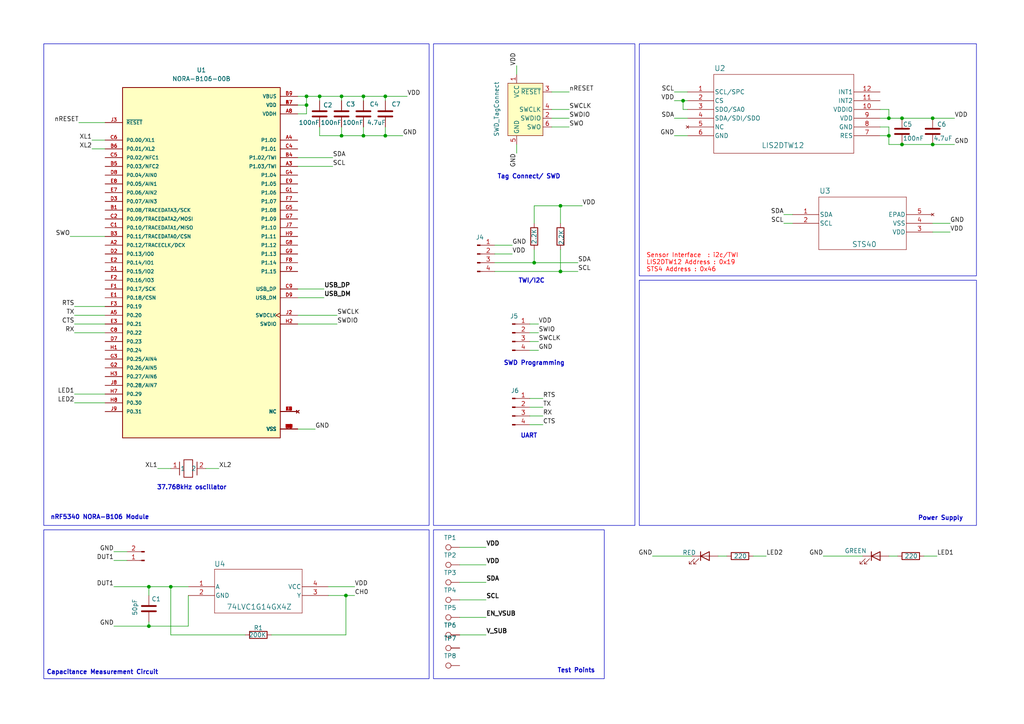
<source format=kicad_sch>
(kicad_sch (version 20231120) (generator "eeschema") (generator_version "8.0")
  (paper "A4")
  (title_block (title "BLE Board") (date "2025-04-03") (rev "V1") (company "Student Work @Chair of Micro Systems, TU Dresden"))
  (junction (at 496.57 -158.75))
  (junction (at 457.2 147.32))
  (junction (at 588.01 -140.97))
  (junction (at 588.01 -148.59))
  (junction (at 88.9 30.48))
  (junction (at 43.18 181.61))
  (junction (at 543.56 -163.83))
  (junction (at 447.04 -179.07))
  (junction (at 434.34 -176.53))
  (junction (at 607.06 -52.07))
  (junction (at 533.4 -49.53))
  (junction (at 270.51 41.91))
  (junction (at 678.18 182.88))
  (junction (at 261.62 34.29))
  (junction (at 270.51 34.29))
  (junction (at 613.41 -153.67))
  (junction (at 472.44 190.5))
  (junction (at 499.11 147.32))
  (junction (at 398.78 190.5))
  (junction (at 505.46 -158.75))
  (junction (at 570.23 165.1))
  (junction (at 100.33 172.72))
  (junction (at 431.8 190.5))
  (junction (at 603.25 -140.97))
  (junction (at 600.71 -41.91))
  (junction (at 49.53 170.18))
  (junction (at 92.71 27.94))
  (junction (at 601.98 176.53))
  (junction (at 421.64 190.5))
  (junction (at 419.1 162.56))
  (junction (at 662.94 165.1))
  (junction (at 613.41 -140.97))
  (junction (at 511.81 144.78))
  (junction (at 257.81 39.37))
  (junction (at 111.76 39.37))
  (junction (at 560.07 139.7))
  (junction (at 668.02 170.18))
  (junction (at 523.24 -49.53))
  (junction (at 43.18 170.18))
  (junction (at 257.81 34.29))
  (junction (at 459.74 147.32))
  (junction (at 499.11 139.7))
  (junction (at 425.45 190.5))
  (junction (at 419.1 165.1))
  (junction (at 99.06 39.37))
  (junction (at 607.06 -41.91))
  (junction (at 537.21 -147.32))
  (junction (at 88.9 27.94))
  (junction (at 510.54 -36.83))
  (junction (at 485.14 147.32))
  (junction (at 563.88 142.24))
  (junction (at 99.06 27.94))
  (junction (at 678.18 170.18))
  (junction (at 505.46 -179.07))
  (junction (at 105.41 39.37))
  (junction (at 111.76 27.94))
  (junction (at 543.56 -181.61))
  (junction (at 463.55 -77.47))
  (junction (at 652.78 182.88))
  (junction (at 261.62 41.91))
  (junction (at 652.78 175.26))
  (junction (at 533.4 -36.83))
  (junction (at 678.18 175.26))
  (junction (at 105.41 27.94))
  (junction (at 457.2 -43.18))
  (junction (at 603.25 -153.67))
  (junction (at 457.2 -76.2))
  (junction (at 668.02 182.88))
  (junction (at 463.55 -59.69))
  (junction (at 561.34 165.1))
  (junction (at 570.23 144.78))
  (junction (at 533.4 -44.45))
  (junction (at 601.98 142.24))
  (junction (at 537.21 -181.61))
  (junction (at 162.56 78.74))
  (junction (at 608.33 142.24))
  (junction (at 499.11 -181.61))
  (junction (at 154.94 76.2))
  (junction (at 457.2 190.5))
  (junction (at 472.44 158.75))
  (junction (at 434.34 -184.15))
  (junction (at 612.14 160.02))
  (junction (at 510.54 -44.45))
  (junction (at 495.3 -184.15))
  (junction (at 523.24 -36.83))
  (junction (at 198.12 29.21))
  (junction (at 607.06 -57.15))
  (junction (at 613.41 -148.59))
  (junction (at 431.8 147.32))
  (junction (at 162.56 59.69))
  (junction (at 608.33 160.02))
  (no_connect (at 414.02 175.26))
  (no_connect (at 414.02 177.8))
  (wire (pts (xy 111.76 36.83) (xy 111.76 39.37)))
  (wire (pts (xy 662.94 148.59) (xy 662.94 153.67)))
  (wire (pts (xy 668.02 170.18) (xy 668.02 172.72)))
  (wire (pts (xy 463.55 -77.47) (xy 483.87 -77.47)))
  (wire (pts (xy 86.36 93.98) (xy 97.79 93.98)))
  (wire (pts (xy 607.06 -57.15) (xy 614.68 -57.15)))
  (wire (pts (xy 601.98 176.53) (xy 601.98 180.34)))
  (wire (pts (xy 450.85 -194.31) (xy 499.11 -194.31)))
  (wire (pts (xy 560.07 139.7) (xy 560.07 121.92)))
  (wire (pts (xy 607.06 -52.07) (xy 607.06 -57.15)))
  (wire (pts (xy 650.24 160.02) (xy 655.32 160.02)))
  (wire (pts (xy 92.71 39.37) (xy 99.06 39.37)))
  (wire (pts (xy 703.58 170.18) (xy 711.2 170.18)))
  (wire (pts (xy 26.67 40.64) (xy 30.48 40.64)))
  (wire (pts (xy 603.25 -153.67) (xy 613.41 -153.67)))
  (wire (pts (xy 571.5 -181.61) (xy 590.55 -181.61)))
  (wire (pts (xy 523.24 -49.53) (xy 533.4 -49.53)))
  (wire (pts (xy 43.18 181.61) (xy 54.61 181.61)))
  (wire (pts (xy 154.94 59.69) (xy 162.56 59.69)))
  (wire (pts (xy 485.14 175.26) (xy 485.14 190.5)))
  (wire (pts (xy 505.46 -158.75) (xy 514.35 -158.75)))
  (wire (pts (xy 511.81 121.92) (xy 511.81 144.78)))
  (wire (pts (xy 78.74 184.15) (xy 100.33 184.15)))
  (wire (pts (xy 678.18 175.26) (xy 683.26 175.26)))
  (wire (pts (xy 153.67 96.52) (xy 156.21 96.52)))
  (wire (pts (xy 537.21 -181.61) (xy 537.21 -161.29)))
  (wire (pts (xy 86.36 86.36) (xy 93.98 86.36)))
  (wire (pts (xy 480.06 147.32) (xy 485.14 147.32)))
  (wire (pts (xy 88.9 27.94) (xy 92.71 27.94)))
  (wire (pts (xy 447.04 -176.53) (xy 447.04 -179.07)))
  (wire (pts (xy 407.67 120.65) (xy 407.67 124.46)))
  (wire (pts (xy 570.23 144.78) (xy 579.12 144.78)))
  (wire (pts (xy 570.23 157.48) (xy 570.23 165.1)))
  (wire (pts (xy 457.2 -76.2) (xy 457.2 -77.47)))
  (wire (pts (xy 613.41 -140.97) (xy 628.65 -140.97)))
  (wire (pts (xy 255.27 39.37) (xy 257.81 39.37)))
  (wire (pts (xy 257.81 41.91) (xy 257.81 39.37)))
  (wire (pts (xy 415.29 -176.53) (xy 434.34 -176.53)))
  (wire (pts (xy 105.41 39.37) (xy 105.41 36.83)))
  (wire (pts (xy 515.62 147.32) (xy 518.16 147.32)))
  (wire (pts (xy 537.21 -147.32) (xy 537.21 -143.51)))
  (wire (pts (xy 21.59 91.44) (xy 30.48 91.44)))
  (wire (pts (xy 270.51 34.29) (xy 276.86 34.29)))
  (wire (pts (xy 563.88 142.24) (xy 558.8 142.24)))
  (wire (pts (xy 415.29 -179.07) (xy 422.91 -179.07)))
  (wire (pts (xy 426.72 -204.47) (xy 426.72 -200.66)))
  (wire (pts (xy 49.53 170.18) (xy 49.53 184.15)))
  (wire (pts (xy 457.2 -43.18) (xy 457.2 -39.37)))
  (wire (pts (xy 533.4 -49.53) (xy 538.48 -49.53)))
  (wire (pts (xy 434.34 -176.53) (xy 447.04 -176.53)))
  (wire (pts (xy 149.86 41.91) (xy 149.86 44.45)))
  (wire (pts (xy 33.02 181.61) (xy 43.18 181.61)))
  (wire (pts (xy 457.2 -49.53) (xy 457.2 -43.18)))
  (wire (pts (xy 683.26 128.27) (xy 683.26 130.81)))
  (wire (pts (xy 160.02 34.29) (xy 165.1 34.29)))
  (wire (pts (xy 510.54 -36.83) (xy 523.24 -36.83)))
  (wire (pts (xy 485.14 167.64) (xy 485.14 147.32)))
  (wire (pts (xy 21.59 114.3) (xy 30.48 114.3)))
  (wire (pts (xy 600.71 -41.91) (xy 607.06 -41.91)))
  (wire (pts (xy 543.56 -176.53) (xy 543.56 -181.61)))
  (wire (pts (xy 534.67 -184.15) (xy 527.05 -184.15)))
  (wire (pts (xy 636.27 142.24) (xy 655.32 142.24)))
  (wire (pts (xy 414.02 154.94) (xy 421.64 154.94)))
  (wire (pts (xy 59.69 135.89) (xy 63.5 135.89)))
  (wire (pts (xy 257.81 31.75) (xy 257.81 34.29)))
  (wire (pts (xy 668.02 182.88) (xy 668.02 180.34)))
  (wire (pts (xy 86.36 83.82) (xy 93.98 83.82)))
  (wire (pts (xy 650.24 165.1) (xy 662.94 165.1)))
  (wire (pts (xy 662.94 161.29) (xy 662.94 165.1)))
  (wire (pts (xy 496.57 -158.75) (xy 505.46 -158.75)))
  (wire (pts (xy 505.46 -44.45) (xy 510.54 -44.45)))
  (wire (pts (xy 600.71 -54.61) (xy 600.71 -41.91)))
  (wire (pts (xy 133.35 163.83) (xy 140.97 163.83)))
  (wire (pts (xy 154.94 76.2) (xy 167.64 76.2)))
  (wire (pts (xy 494.03 -179.07) (xy 505.46 -179.07)))
  (wire (pts (xy 99.06 27.94) (xy 99.06 29.21)))
  (wire (pts (xy 255.27 31.75) (xy 257.81 31.75)))
  (wire (pts (xy 494.03 -176.53) (xy 496.57 -176.53)))
  (wire (pts (xy 513.08 -184.15) (xy 519.43 -184.15)))
  (wire (pts (xy 86.36 91.44) (xy 97.79 91.44)))
  (wire (pts (xy 655.32 142.24) (xy 655.32 160.02)))
  (wire (pts (xy 495.3 -201.93) (xy 472.44 -201.93)))
  (wire (pts (xy 537.21 -181.61) (xy 543.56 -181.61)))
  (wire (pts (xy 472.44 158.75) (xy 474.98 158.75)))
  (wire (pts (xy 603.25 -140.97) (xy 613.41 -140.97)))
  (wire (pts (xy 450.85 -158.75) (xy 496.57 -158.75)))
  (wire (pts (xy 26.67 43.18) (xy 30.48 43.18)))
  (wire (pts (xy 652.78 182.88) (xy 668.02 182.88)))
  (wire (pts (xy 92.71 36.83) (xy 92.71 39.37)))
  (wire (pts (xy 162.56 78.74) (xy 167.64 78.74)))
  (wire (pts (xy 613.41 -153.67) (xy 613.41 -148.59)))
  (wire (pts (xy 439.42 -204.47) (xy 439.42 -200.66)))
  (wire (pts (xy 588.01 -148.59) (xy 593.09 -148.59)))
  (wire (pts (xy 499.11 147.32) (xy 511.81 147.32)))
  (wire (pts (xy 95.25 170.18) (xy 102.87 170.18)))
  (wire (pts (xy 505.46 -49.53) (xy 523.24 -49.53)))
  (wire (pts (xy 420.37 120.65) (xy 420.37 124.46)))
  (wire (pts (xy 505.46 -166.37) (xy 505.46 -158.75)))
  (wire (pts (xy 149.86 19.05) (xy 149.86 21.59)))
  (wire (pts (xy 100.33 172.72) (xy 102.87 172.72)))
  (wire (pts (xy 36.83 160.02) (xy 33.02 160.02)))
  (wire (pts (xy 459.74 147.32) (xy 459.74 149.86)))
  (wire (pts (xy 505.46 -59.69) (xy 510.54 -59.69)))
  (wire (pts (xy 693.42 118.11) (xy 698.5 118.11)))
  (wire (pts (xy 133.35 184.15) (xy 140.97 184.15)))
  (wire (pts (xy 398.78 190.5) (xy 398.78 185.42)))
  (wire (pts (xy 463.55 -59.69) (xy 467.36 -59.69)))
  (wire (pts (xy 49.53 184.15) (xy 71.12 184.15)))
  (wire (pts (xy 510.54 -31.75) (xy 510.54 -36.83)))
  (wire (pts (xy 683.26 105.41) (xy 683.26 107.95)))
  (wire (pts (xy 414.02 162.56) (xy 419.1 162.56)))
  (wire (pts (xy 457.2 147.32) (xy 431.8 147.32)))
  (wire (pts (xy 453.39 -181.61) (xy 450.85 -181.61)))
  (wire (pts (xy 43.18 172.72) (xy 43.18 170.18)))
  (wire (pts (xy 99.06 36.83) (xy 99.06 39.37)))
  (wire (pts (xy 650.24 170.18) (xy 668.02 170.18)))
  (wire (pts (xy 543.56 -153.67) (xy 543.56 -147.32)))
  (wire (pts (xy 391.16 190.5) (xy 398.78 190.5)))
  (wire (pts (xy 579.12 144.78) (xy 579.12 146.05)))
  (wire (pts (xy 434.34 -184.15) (xy 453.39 -184.15)))
  (wire (pts (xy 459.74 147.32) (xy 457.2 147.32)))
  (wire (pts (xy 585.47 -158.75) (xy 591.82 -158.75)))
  (wire (pts (xy 693.42 180.34) (xy 693.42 182.88)))
  (wire (pts (xy 603.25 -140.97) (xy 603.25 -143.51)))
  (wire (pts (xy 608.33 142.24) (xy 628.65 142.24)))
  (wire (pts (xy 261.62 41.91) (xy 270.51 41.91)))
  (wire (pts (xy 105.41 27.94) (xy 105.41 29.21)))
  (wire (pts (xy 558.8 139.7) (xy 560.07 139.7)))
  (wire (pts (xy 99.06 27.94) (xy 105.41 27.94)))
  (wire (pts (xy 588.01 -135.89) (xy 588.01 -140.97)))
  (wire (pts (xy 86.36 27.94) (xy 88.9 27.94)))
  (wire (pts (xy 257.81 36.83) (xy 257.81 39.37)))
  (wire (pts (xy 420.37 -71.12) (xy 420.37 -76.2)))
  (wire (pts (xy 419.1 165.1) (xy 426.72 165.1)))
  (wire (pts (xy 111.76 39.37) (xy 116.84 39.37)))
  (wire (pts (xy 523.24 -49.53) (xy 523.24 -46.99)))
  (wire (pts (xy 111.76 27.94) (xy 111.76 29.21)))
  (wire (pts (xy 160.02 31.75) (xy 165.1 31.75)))
  (wire (pts (xy 693.42 120.65) (xy 698.5 120.65)))
  (wire (pts (xy 414.02 167.64) (xy 419.1 167.64)))
  (wire (pts (xy 21.59 116.84) (xy 30.48 116.84)))
  (wire (pts (xy 635 -57.15) (xy 642.62 -57.15)))
  (wire (pts (xy 485.14 147.32) (xy 499.11 147.32)))
  (wire (pts (xy 422.91 -179.07) (xy 422.91 -184.15)))
  (wire (pts (xy 267.97 161.29) (xy 271.78 161.29)))
  (wire (pts (xy 133.35 179.07) (xy 140.97 179.07)))
  (wire (pts (xy 558.8 -49.53) (xy 566.42 -49.53)))
  (wire (pts (xy 86.36 30.48) (xy 88.9 30.48)))
  (wire (pts (xy 195.58 29.21) (xy 198.12 29.21)))
  (wire (pts (xy 92.71 27.94) (xy 92.71 29.21)))
  (wire (pts (xy 499.11 -181.61) (xy 537.21 -181.61)))
  (wire (pts (xy 693.42 123.19) (xy 698.5 123.19)))
  (wire (pts (xy 22.86 35.56) (xy 30.48 35.56)))
  (wire (pts (xy 491.49 -77.47) (xy 510.54 -77.47)))
  (wire (pts (xy 577.85 139.7) (xy 584.2 139.7)))
  (wire (pts (xy 463.55 -49.53) (xy 463.55 -43.18)))
  (wire (pts (xy 143.51 73.66) (xy 148.59 73.66)))
  (wire (pts (xy 436.88 165.1) (xy 443.23 165.1)))
  (wire (pts (xy 560.07 139.7) (xy 570.23 139.7)))
  (wire (pts (xy 515.62 147.32) (xy 515.62 165.1)))
  (wire (pts (xy 523.24 -36.83) (xy 533.4 -36.83)))
  (wire (pts (xy 515.62 165.1) (xy 561.34 165.1)))
  (wire (pts (xy 529.59 121.92) (xy 511.81 121.92)))
  (wire (pts (xy 270.51 64.77) (xy 275.59 64.77)))
  (wire (pts (xy 612.14 148.59) (xy 612.14 160.02)))
  (wire (pts (xy 422.91 -184.15) (xy 434.34 -184.15)))
  (wire (pts (xy 563.88 142.24) (xy 601.98 142.24)))
  (wire (pts (xy 86.36 124.46) (xy 91.44 124.46)))
  (wire (pts (xy 472.44 157.48) (xy 472.44 158.75)))
  (wire (pts (xy 499.11 -194.31) (xy 499.11 -181.61)))
  (wire (pts (xy 162.56 59.69) (xy 162.56 64.77)))
  (wire (pts (xy 153.67 123.19) (xy 157.48 123.19)))
  (wire (pts (xy 450.85 -176.53) (xy 453.39 -176.53)))
  (wire (pts (xy 495.3 -184.15) (xy 505.46 -184.15)))
  (wire (pts (xy 153.67 115.57) (xy 157.48 115.57)))
  (wire (pts (xy 153.67 93.98) (xy 156.21 93.98)))
  (wire (pts (xy 505.46 -54.61) (xy 510.54 -54.61)))
  (wire (pts (xy 495.3 -184.15) (xy 495.3 -201.93)))
  (wire (pts (xy 474.98 158.75) (xy 474.98 157.48)))
  (wire (pts (xy 133.35 168.91) (xy 140.97 168.91)))
  (wire (pts (xy 435.61 -76.2) (xy 457.2 -76.2)))
  (wire (pts (xy 414.02 165.1) (xy 419.1 165.1)))
  (wire (pts (xy 153.67 118.11) (xy 157.48 118.11)))
  (wire (pts (xy 560.07 121.92) (xy 537.21 121.92)))
  (wire (pts (xy 510.54 -77.47) (xy 510.54 -59.69)))
  (wire (pts (xy 450.85 -181.61) (xy 450.85 -194.31)))
  (wire (pts (xy 510.54 -44.45) (xy 513.08 -44.45)))
  (wire (pts (xy 488.95 139.7) (xy 499.11 139.7)))
  (wire (pts (xy 601.98 142.24) (xy 601.98 162.56)))
  (wire (pts (xy 463.55 -59.69) (xy 463.55 -57.15)))
  (wire (pts (xy 570.23 165.1) (xy 579.12 165.1)))
  (wire (pts (xy 105.41 39.37) (xy 111.76 39.37)))
  (wire (pts (xy 143.51 71.12) (xy 148.59 71.12)))
  (wire (pts (xy 678.18 182.88) (xy 693.42 182.88)))
  (wire (pts (xy 257.81 161.29) (xy 260.35 161.29)))
  (wire (pts (xy 608.33 147.32) (xy 608.33 142.24)))
  (wire (pts (xy 570.23 144.78) (xy 570.23 149.86)))
  (wire (pts (xy 652.78 187.96) (xy 652.78 182.88)))
  (wire (pts (xy 153.67 101.6) (xy 156.21 101.6)))
  (wire (pts (xy 668.02 170.18) (xy 678.18 170.18)))
  (wire (pts (xy 600.71 -54.61) (xy 598.17 -54.61)))
  (wire (pts (xy 543.56 -168.91) (xy 543.56 -163.83)))
  (wire (pts (xy 463.55 -72.39) (xy 463.55 -77.47)))
  (wire (pts (xy 668.02 182.88) (xy 678.18 182.88)))
  (wire (pts (xy 431.8 170.18) (xy 431.8 190.5)))
  (wire (pts (xy 613.41 -153.67) (xy 618.49 -153.67)))
  (wire (pts (xy 36.83 162.56) (xy 33.02 162.56)))
  (wire (pts (xy 499.11 -181.61) (xy 494.03 -181.61)))
  (wire (pts (xy 457.2 167.64) (xy 457.2 147.32)))
  (wire (pts (xy 105.41 27.94) (xy 111.76 27.94)))
  (wire (pts (xy 612.14 148.59) (xy 662.94 148.59)))
  (wire (pts (xy 614.68 -77.47) (xy 614.68 -73.66)))
  (wire (pts (xy 608.33 170.18) (xy 608.33 176.53)))
  (wire (pts (xy 627.38 -77.47) (xy 627.38 -73.66)))
  (wire (pts (xy 678.18 170.18) (xy 683.26 170.18)))
  (wire (pts (xy 511.81 144.78) (xy 518.16 144.78)))
  (wire (pts (xy 45.72 135.89) (xy 49.53 135.89)))
  (wire (pts (xy 447.04 -201.93) (xy 447.04 -179.07)))
  (wire (pts (xy 590.55 -181.61) (xy 590.55 -163.83)))
  (wire (pts (xy 514.35 -179.07) (xy 514.35 -177.8)))
  (wire (pts (xy 153.67 99.06) (xy 156.21 99.06)))
  (wire (pts (xy 394.97 120.65) (xy 394.97 124.46)))
  (wire (pts (xy 505.46 -179.07) (xy 505.46 -173.99)))
  (wire (pts (xy 678.18 170.18) (xy 678.18 175.26)))
  (wire (pts (xy 391.16 185.42) (xy 391.16 190.5)))
  (wire (pts (xy 162.56 59.69) (xy 168.91 59.69)))
  (wire (pts (xy 198.12 29.21) (xy 199.39 29.21)))
  (wire (pts (xy 414.02 152.4) (xy 425.45 152.4)))
  (wire (pts (xy 613.41 -148.59) (xy 618.49 -148.59)))
  (wire (pts (xy 143.51 78.74) (xy 162.56 78.74)))
  (wire (pts (xy 92.71 27.94) (xy 99.06 27.94)))
  (wire (pts (xy 533.4 -44.45) (xy 538.48 -44.45)))
  (wire (pts (xy 601.98 176.53) (xy 608.33 176.53)))
  (wire (pts (xy 255.27 34.29) (xy 257.81 34.29)))
  (wire (pts (xy 425.45 181.61) (xy 425.45 190.5)))
  (wire (pts (xy 585.47 -140.97) (xy 588.01 -140.97)))
  (wire (pts (xy 195.58 39.37) (xy 199.39 39.37)))
  (wire (pts (xy 494.03 -184.15) (xy 495.3 -184.15)))
  (wire (pts (xy 33.02 170.18) (xy 43.18 170.18)))
  (wire (pts (xy 100.33 184.15) (xy 100.33 172.72)))
  (wire (pts (xy 227.33 62.23) (xy 229.87 62.23)))
  (wire (pts (xy 21.59 96.52) (xy 30.48 96.52)))
  (wire (pts (xy 88.9 30.48) (xy 88.9 27.94)))
  (wire (pts (xy 459.74 147.32) (xy 464.82 147.32)))
  (wire (pts (xy 133.35 173.99) (xy 140.97 173.99)))
  (wire (pts (xy 160.02 36.83) (xy 165.1 36.83)))
  (wire (pts (xy 505.46 -36.83) (xy 510.54 -36.83)))
  (wire (pts (xy 650.24 182.88) (xy 652.78 182.88)))
  (wire (pts (xy 436.88 162.56) (xy 443.23 162.56)))
  (wire (pts (xy 270.51 41.91) (xy 276.86 41.91)))
  (wire (pts (xy 257.81 34.29) (xy 261.62 34.29)))
  (wire (pts (xy 472.44 158.75) (xy 472.44 190.5)))
  (wire (pts (xy 607.06 -43.18) (xy 607.06 -41.91)))
  (wire (pts (xy 457.2 -76.2) (xy 457.2 -57.15)))
  (wire (pts (xy 464.82 -201.93) (xy 447.04 -201.93)))
  (wire (pts (xy 43.18 170.18) (xy 49.53 170.18)))
  (wire (pts (xy 421.64 181.61) (xy 421.64 190.5)))
  (wire (pts (xy 585.47 -153.67) (xy 603.25 -153.67)))
  (wire (pts (xy 515.62 129.54) (xy 563.88 129.54)))
  (wire (pts (xy 543.56 -163.83) (xy 547.37 -163.83)))
  (wire (pts (xy 598.17 -57.15) (xy 607.06 -57.15)))
  (wire (pts (xy 431.8 147.32) (xy 414.02 147.32)))
  (wire (pts (xy 227.33 64.77) (xy 229.87 64.77)))
  (wire (pts (xy 607.06 -41.91) (xy 624.84 -41.91)))
  (wire (pts (xy 561.34 147.32) (xy 561.34 165.1)))
  (wire (pts (xy 133.35 158.75) (xy 140.97 158.75)))
  (wire (pts (xy 518.16 142.24) (xy 515.62 142.24)))
  (wire (pts (xy 261.62 34.29) (xy 270.51 34.29)))
  (wire (pts (xy 195.58 34.29) (xy 199.39 34.29)))
  (wire (pts (xy 162.56 72.39) (xy 162.56 78.74)))
  (wire (pts (xy 421.64 154.94) (xy 421.64 173.99)))
  (wire (pts (xy 86.36 48.26) (xy 96.52 48.26)))
  (wire (pts (xy 638.81 -153.67) (xy 646.43 -153.67)))
  (wire (pts (xy 398.78 190.5) (xy 398.78 198.12)))
  (wire (pts (xy 603.25 -153.67) (xy 603.25 -151.13)))
  (wire (pts (xy 608.33 160.02) (xy 608.33 162.56)))
  (wire (pts (xy 419.1 162.56) (xy 426.72 162.56)))
  (wire (pts (xy 558.8 144.78) (xy 570.23 144.78)))
  (wire (pts (xy 614.68 -52.07) (xy 607.06 -52.07)))
  (wire (pts (xy 447.04 -179.07) (xy 453.39 -179.07)))
  (wire (pts (xy 457.2 175.26) (xy 457.2 190.5)))
  (wire (pts (xy 533.4 -49.53) (xy 533.4 -44.45)))
  (wire (pts (xy 505.46 -179.07) (xy 514.35 -179.07)))
  (wire (pts (xy 601.98 170.18) (xy 601.98 176.53)))
  (wire (pts (xy 499.11 139.7) (xy 518.16 139.7)))
  (wire (pts (xy 561.34 179.07) (xy 561.34 165.1)))
  (wire (pts (xy 601.98 142.24) (xy 608.33 142.24)))
  (wire (pts (xy 218.44 161.29) (xy 222.25 161.29)))
  (wire (pts (xy 585.47 -148.59) (xy 588.01 -148.59)))
  (wire (pts (xy 88.9 33.02) (xy 88.9 30.48)))
  (wire (pts (xy 111.76 27.94) (xy 118.11 27.94)))
  (wire (pts (xy 588.01 -140.97) (xy 603.25 -140.97)))
  (wire (pts (xy 608.33 154.94) (xy 608.33 160.02)))
  (wire (pts (xy 628.65 -143.51) (xy 628.65 -140.97)))
  (wire (pts (xy 153.67 120.65) (xy 157.48 120.65)))
  (wire (pts (xy 585.47 -163.83) (xy 590.55 -163.83)))
  (wire (pts (xy 20.32 68.58) (xy 30.48 68.58)))
  (wire (pts (xy 600.71 -38.1) (xy 600.71 -41.91)))
  (wire (pts (xy 624.84 -41.91) (xy 624.84 -46.99)))
  (wire (pts (xy 599.44 139.7) (xy 591.82 139.7)))
  (wire (pts (xy 49.53 170.18) (xy 54.61 170.18)))
  (wire (pts (xy 485.14 190.5) (xy 472.44 190.5)))
  (wire (pts (xy 238.76 161.29) (xy 250.19 161.29)))
  (wire (pts (xy 425.45 152.4) (xy 425.45 173.99)))
  (wire (pts (xy 414.02 -204.47) (xy 414.02 -200.66)))
  (wire (pts (xy 86.36 45.72) (xy 96.52 45.72)))
  (wire (pts (xy 425.45 190.5) (xy 421.64 190.5)))
  (wire (pts (xy 195.58 26.67) (xy 199.39 26.67)))
  (wire (pts (xy 459.74 149.86) (xy 464.82 149.86)))
  (wire (pts (xy 652.78 175.26) (xy 657.86 175.26)))
  (wire (pts (xy 419.1 160.02) (xy 419.1 162.56)))
  (wire (pts (xy 143.51 76.2) (xy 154.94 76.2)))
  (wire (pts (xy 270.51 67.31) (xy 275.59 67.31)))
  (wire (pts (xy 86.36 33.02) (xy 88.9 33.02)))
  (wire (pts (xy 450.85 -176.53) (xy 450.85 -158.75)))
  (wire (pts (xy 543.56 -181.61) (xy 563.88 -181.61)))
  (wire (pts (xy 199.39 31.75) (xy 198.12 31.75)))
  (wire (pts (xy 548.64 -39.37) (xy 548.64 -36.83)))
  (wire (pts (xy 561.34 165.1) (xy 570.23 165.1)))
  (wire (pts (xy 431.8 190.5) (xy 425.45 190.5)))
  (wire (pts (xy 457.2 190.5) (xy 472.44 190.5)))
  (wire (pts (xy 511.81 147.32) (xy 511.81 144.78)))
  (wire (pts (xy 43.18 180.34) (xy 43.18 181.61)))
  (wire (pts (xy 421.64 190.5) (xy 398.78 190.5)))
  (wire (pts (xy 496.57 -176.53) (xy 496.57 -158.75)))
  (wire (pts (xy 99.06 39.37) (xy 105.41 39.37)))
  (wire (pts (xy 650.24 175.26) (xy 652.78 175.26)))
  (wire (pts (xy 543.56 -163.83) (xy 543.56 -161.29)))
  (wire (pts (xy 189.23 161.29) (xy 200.66 161.29)))
  (wire (pts (xy 607.06 -50.8) (xy 607.06 -52.07)))
  (wire (pts (xy 414.02 160.02) (xy 419.1 160.02)))
  (wire (pts (xy 693.42 113.03) (xy 698.5 113.03)))
  (wire (pts (xy 515.62 142.24) (xy 515.62 129.54)))
  (wire (pts (xy 662.94 165.1) (xy 668.02 165.1)))
  (wire (pts (xy 537.21 -153.67) (xy 537.21 -147.32)))
  (wire (pts (xy 208.28 161.29) (xy 210.82 161.29)))
  (wire (pts (xy 257.81 41.91) (xy 261.62 41.91)))
  (wire (pts (xy 537.21 -147.32) (xy 543.56 -147.32)))
  (wire (pts (xy 21.59 88.9) (xy 30.48 88.9)))
  (wire (pts (xy 463.55 -64.77) (xy 463.55 -59.69)))
  (wire (pts (xy 533.4 -36.83) (xy 548.64 -36.83)))
  (wire (pts (xy 21.59 93.98) (xy 30.48 93.98)))
  (wire (pts (xy 54.61 181.61) (xy 54.61 172.72)))
  (wire (pts (xy 431.8 190.5) (xy 457.2 190.5)))
  (wire (pts (xy 257.81 36.83) (xy 255.27 36.83)))
  (wire (pts (xy 154.94 72.39) (xy 154.94 76.2)))
  (wire (pts (xy 198.12 31.75) (xy 198.12 29.21)))
  (wire (pts (xy 160.02 26.67) (xy 165.1 26.67)))
  (wire (pts (xy 558.8 147.32) (xy 561.34 147.32)))
  (wire (pts (xy 100.33 172.72) (xy 95.25 172.72)))
  (wire (pts (xy 457.2 -43.18) (xy 463.55 -43.18)))
  (wire (pts (xy 463.55 -77.47) (xy 457.2 -77.47)))
  (wire (pts (xy 431.8 157.48) (xy 431.8 147.32)))
  (wire (pts (xy 514.35 -158.75) (xy 514.35 -162.56)))
  (wire (pts (xy 579.12 165.1) (xy 579.12 161.29)))
  (wire (pts (xy 563.88 129.54) (xy 563.88 142.24)))
  (wire (pts (xy 154.94 64.77) (xy 154.94 59.69)))
  (wire (pts (xy 419.1 167.64) (xy 419.1 165.1)))
  (wire (pts (xy 608.33 160.02) (xy 612.14 160.02)))
  (wire (pts (xy 523.24 -36.83) (xy 523.24 -39.37)))
  (rectangle (start 125.73 153.67) (end 175.26 196.85))
  (rectangle (start 12.7 12.7) (end 124.46 152.4))
  (rectangle (start 12.7 153.67) (end 124.46 196.85))
  (rectangle (start 185.42 12.7) (end 283.21 80.01))
  (rectangle (start 125.73 12.7) (end 184.15 152.4))
  (rectangle (start 185.42 81.28) (end 283.21 152.4))
  (text "0.7V to 4.5V" (at 566.166 -135.89 0) (effects (font (size 1.27 1.27) (thickness 0.254) (bold yes))))
  (text "COIN CELL CR2032\n" (at 583.946 156.464 90) (effects (font (size 1.27 1.27) (thickness 0.254) (bold yes))))
  (text "nRF5340 NORA-B106 Module" (at 28.956 150.114 0) (effects (font (size 1.27 1.27) (thickness 0.254) (bold yes))))
  (text "SWD Programming\n" (at 154.94 105.41 0) (effects (font (size 1.27 1.27) (thickness 0.254) (bold yes))))
  (text "VDD/ 3.3V to MCUs" (at 628.142 -169.926 0) (effects (font (size 1.27 1.27) (thickness 0.254) (bold yes))))
  (text "LED On if VIN1\n" (at 589.534 135.89 0) (effects (font (size 1.27 1.27) (thickness 0.254) (bold yes))))
  (text "nON is active low\n" (at 460.502 -159.766 0) (effects (font (size 1.27 1.27) (thickness 0.254) (bold yes))))
  (text "Tag Connect/ SWD\n\n" (at 153.416 52.324 0) (effects (font (size 1.27 1.27) (thickness 0.254) (bold yes))))
  (text "VDD/ 3.3V to MCUs" (at 692.912 153.924 0) (effects (font (size 1.27 1.27) (thickness 0.254) (bold yes))))
  (text "3V CR2032 Supply\n\n\n" (at 488.442 -27.94 0) (effects (font (size 1.27 1.27) (thickness 0.254) (bold yes))))
  (text "External 3V supply\n\n" (at 625.856 -36.576 0) (effects (font (size 1.27 1.27) (thickness 0.254) (bold yes))))
  (text "UART" (at 153.416 126.492 0) (effects (font (size 1.27 1.27) (thickness 0.254) (bold yes))))
  (text "0.7V to 4.5V" (at 630.936 187.96 0) (effects (font (size 1.27 1.27) (thickness 0.254) (bold yes))))
  (text "VSUB/3V to Sensors\n" (at 628.396 -166.116 0) (effects (font (size 1.27 1.27) (thickness 0.254) (bold yes))))
  (text "Capacitance Measurement Circuit" (at 29.718 195.072 0) (effects (font (size 1.27 1.27) (thickness 0.254) (bold yes))))
  (text "37.768kHz oscillator" (at 55.626 141.478 0) (effects (font (size 1.27 1.27) (thickness 0.254) (bold yes))))
  (text "TWI/I2C\n" (at 154.178 81.534 0) (effects (font (size 1.27 1.27) (thickness 0.254) (bold yes))))
  (text "VSUB/3V to Sensors\n" (at 693.166 157.734 0) (effects (font (size 1.27 1.27) (thickness 0.254) (bold yes))))
  (text "LED On if VIN1\n" (at 524.764 -187.96 0) (effects (font (size 1.27 1.27) (thickness 0.254) (bold yes))))
  (text "COIN CELL CR2032\n" (at 519.176 -167.386 90) (effects (font (size 1.27 1.27) (thickness 0.254) (bold yes))))
  (text "Sensor Interface  : i2c/TWI\nLIS2DTW12 Address : 0x19\nSTS4 Address : 0x46\n" (exclude_from_sim yes) (at 187.452 76.2 0) (effects (font (size 1.27 1.27) (thickness 0.1588)) (justify left)))
  (text "Power Supply\n" (at 272.796 150.368 0) (effects (font (size 1.27 1.27) (thickness 0.254) (bold yes))))
  (text "nON is active low\n" (at 525.272 164.084 0) (effects (font (size 1.27 1.27) (thickness 0.254) (bold yes))))
  (text "Test Points\n" (at 167.132 194.564 0) (effects (font (size 1.27 1.27) (thickness 0.254) (bold yes))))
  (label "RTS" (at 157.48 115.57 0))
  (label "V_SUB" (at 140.97 184.15 0) (effects (font (thickness 0.254) (bold yes))))
  (label "GND" (at 510.54 -31.75 270))
  (label "SWDIO" (at 698.5 120.65 0))
  (label "XL1" (at 45.72 135.89 180))
  (label "GND" (at 394.97 124.46 270))
  (label "VDD" (at 275.59 67.31 0))
  (label "VDD" (at 140.97 158.75 0) (effects (font (thickness 0.254) (bold yes))))
  (label "USB_DP" (at 93.98 83.82 0) (effects (font (thickness 0.254) (bold yes))))
  (label "nRESET" (at 698.5 113.03 0))
  (label "GND" (at 652.78 187.96 270))
  (label "GND" (at 276.86 41.91 0))
  (label "CTS" (at 21.59 93.98 180))
  (label "GND" (at 148.59 71.12 0))
  (label "RX" (at 21.59 96.52 180))
  (label "GND" (at 275.59 64.77 0))
  (label "VDD" (at 566.42 -49.53 0))
  (label "VDD" (at 118.11 27.94 0))
  (label "EN_VSUB" (at 668.02 165.1 0))
  (label "V_SUB" (at 657.86 175.26 0))
  (label "EN_VSUB" (at 591.82 -158.75 0))
  (label "SWCLK" (at 165.1 31.75 0))
  (label "SDA" (at 227.33 62.23 180))
  (label "CTS" (at 157.48 123.19 0))
  (label "GND" (at 627.38 -73.66 270))
  (label "SWCLK" (at 698.5 118.11 0))
  (label "LED2" (at 222.25 161.29 0))
  (label "nRESET" (at 22.86 35.56 180))
  (label "GND" (at 599.44 139.7 0))
  (label "GND" (at 149.86 44.45 270))
  (label "XL1" (at 26.67 40.64 180))
  (label "RTS" (at 21.59 88.9 180))
  (label "VDD" (at 646.43 -153.67 0))
  (label "SDA" (at 167.64 76.2 0))
  (label "SWDIO" (at 97.79 93.98 0))
  (label "SCL" (at 140.97 173.99 0) (effects (font (thickness 0.254) (bold yes))))
  (label "GND" (at 683.26 130.81 270))
  (label "SCL" (at 96.52 48.26 0))
  (label "SDA" (at 96.52 45.72 0))
  (label "LED2" (at 21.59 116.84 180))
  (label "VDD" (at 614.68 -73.66 270))
  (label "3V3" (at 421.64 -176.53 180))
  (label "LED1" (at 271.78 161.29 0))
  (label "VDD" (at 148.59 73.66 0))
  (label "VDD" (at 156.21 93.98 0))
  (label "DUT1" (at 33.02 170.18 180))
  (label "3V3" (at 439.42 -200.66 270))
  (label "GND" (at 600.71 -38.1 0))
  (label "VDD" (at 642.62 -57.15 0))
  (label "VDD" (at 140.97 163.83 0) (effects (font (thickness 0.254) (bold yes))))
  (label "VDD" (at 711.2 170.18 0))
  (label "V_SUB" (at 593.09 -148.59 0))
  (label "3V3" (at 420.37 124.46 270))
  (label "USB_DM" (at 443.23 162.56 0) (effects (font (thickness 0.254) (bold yes))))
  (label "GND" (at 238.76 161.29 180))
  (label "GND" (at 488.95 139.7 180))
  (label "SWCLK" (at 156.21 99.06 0))
  (label "LED1" (at 21.59 114.3 180))
  (label "VDD" (at 102.87 170.18 0))
  (label "VDD" (at 168.91 59.69 0))
  (label "GND" (at 189.23 161.29 180))
  (label "VDD" (at 407.67 124.46 270))
  (label "GND" (at 33.02 181.61 180))
  (label "USB_DP" (at 443.23 165.1 0) (effects (font (thickness 0.254) (bold yes))))
  (label "EN_VSUB" (at 140.97 179.07 0) (effects (font (thickness 0.254) (bold yes))))
  (label "VDD" (at 149.86 19.05 90))
  (label "GND" (at 116.84 39.37 0))
  (label "GND" (at 457.2 -39.37 270))
  (label "GND" (at 421.64 -179.07 180))
  (label "RX" (at 157.48 120.65 0))
  (label "SWDIO" (at 165.1 34.29 0))
  (label "GND" (at 561.34 179.07 270))
  (label "SWO" (at 165.1 36.83 0))
  (label "VDD" (at 683.26 105.41 90))
  (label "GND" (at 398.78 198.12 270))
  (label "GND" (at 537.21 -143.51 270))
  (label "XL2" (at 26.67 43.18 180))
  (label "SWO" (at 698.5 123.19 0))
  (label "GND" (at 33.02 160.02 180))
  (label "GND" (at 588.01 -135.89 270))
  (label "GND" (at 414.02 -200.66 270))
  (label "GND" (at 601.98 180.34 270))
  (label "SWIO" (at 156.21 96.52 0))
  (label "nRESET" (at 165.1 26.67 0))
  (label "SCL" (at 195.58 26.67 180))
  (label "SCL" (at 227.33 64.77 180))
  (label "USB_DM" (at 93.98 86.36 0) (effects (font (thickness 0.254) (bold yes))))
  (label "GND" (at 420.37 -71.12 270))
  (label "V_SUB" (at 513.08 -44.45 0))
  (label "DUT1" (at 33.02 162.56 180))
  (label "GND" (at 195.58 39.37 180))
  (label "CH0" (at 102.87 172.72 0))
  (label "VDD" (at 195.58 29.21 180))
  (label "EN_VSUB" (at 510.54 -54.61 0))
  (label "SDA" (at 140.97 168.91 0) (effects (font (thickness 0.254) (bold yes))))
  (label "SDA" (at 195.58 34.29 180))
  (label "XL2" (at 63.5 135.89 0))
  (label "SWO" (at 20.32 68.58 180))
  (label "SWCLK" (at 97.79 91.44 0))
  (label "VDD" (at 426.72 -200.66 270))
  (label "SCL" (at 167.64 78.74 0))
  (label "TX" (at 21.59 91.44 180))
  (label "VDD" (at 276.86 34.29 0))
  (label "TX" (at 157.48 118.11 0))
  (label "GND" (at 534.67 -184.15 0))
  (label "GND" (at 156.21 101.6 0))
  (label "GND" (at 91.44 124.46 0))
  (symbol (lib_id "Device:R") (at 154.94 68.58 0) (unit 1)
    (property "Reference" "R2" (effects (hide yes)))
    (property "Value" "2.2K" (at 154.94 70.866 90) (effects (justify left)))
    (property "Description" "Resistor" (effects (hide yes)))
  )
  (symbol (lib_id "Device:LED") (at 204.47 161.29 0) (unit 1)
    (property "Reference" "D1" (effects (hide yes)))
    (property "Value" "RED" (at 199.898 160.274 0))
    (property "Description" "Light emitting diode" (effects (hide yes)))
  )
  (symbol (lib_id "Project_Work:STS40-CD1B-R3") (at 229.87 62.23 0) (unit 1)
    (property "Reference" "U3" (at 239.268 55.372 0) (effects (font (size 1.524 1.524))))
    (property "Value" "STS40" (at 250.698 70.866 0) (effects (font (size 1.524 1.524))))
    (property "Footprint" "STS40-CD1B_SEN" (effects (hide yes)))
    (property "Datasheet" "STS40-CD1B-R3" (effects (hide yes)))
  )
  (symbol (lib_id "Device:C") (at 485.14 171.45 0) (unit 1)
    (property "Reference" "C24" (at 485.648 173.99 0) (effects (justify left)))
    (property "Value" "1uF" (at 481.584 172.974 90) (effects (justify left)))
    (property "Description" "Unpolarized capacitor" (effects (hide yes)))
  )
  (symbol (lib_id "Device:C") (at 463.55 -53.34 0) (unit 1)
    (property "Reference" "C8" (at 465.582 -56.134 0) (effects (justify left)))
    (property "Value" "0.1uF" (at 466.344 -53.086 0) (effects (justify left)))
    (property "Description" "Unpolarized capacitor" (effects (hide yes)))
  )
  (symbol (lib_id "Device:C") (at 603.25 -147.32 0) (unit 1)
    (property "Reference" "C23" (at 606.806 -145.288 90) (effects (justify left)))
    (property "Value" "10uF" (at 598.424 -144.78 0) (effects (justify left)))
    (property "Description" "Unpolarized capacitor" (effects (hide yes)))
  )
  (symbol (lib_id "Device:R") (at 463.55 -68.58 180) (unit 1)
    (property "Reference" "R4" (at 466.09 -69.8501 0) (effects (justify right)))
    (property "Value" "400R" (at 463.55 -65.786 90) (effects (justify right)))
    (property "Description" "Resistor" (effects (hide yes)))
  )
  (symbol (lib_id "Device:C") (at 99.06 33.02 0) (unit 1)
    (property "Reference" "C3" (at 100.33 30.226 0) (effects (justify left)))
    (property "Value" "100nF" (at 92.964 35.56 0) (effects (justify left)))
    (property "Description" "Unpolarized capacitor" (effects (hide yes)))
  )
  (symbol (lib_id "Device:C") (at 111.76 33.02 0) (unit 1)
    (property "Reference" "C7" (at 113.538 30.226 0) (effects (justify left)))
    (property "Value" "4.7uF" (at 106.426 35.56 0) (effects (justify left)))
    (property "Description" "Unpolarized capacitor" (effects (hide yes)))
  )
  (symbol (lib_id "Connector:TestPoint") (at 133.35 179.07 90) (unit 1)
    (property "Reference" "TP5" (at 130.556 176.276 90))
    (property "Value" "TestPoint" (effects (hide yes)))
    (property "Description" "test point" (effects (hide yes)))
  )
  (symbol (lib_id "Project_Work:74LVC1G14GX4Z") (at 54.61 170.18 0) (unit 1)
    (property "Reference" "U4" (at 63.754 163.576 0) (effects (font (size 1.524 1.524))))
    (property "Value" "74LVC1G14GX4Z" (at 75.184 176.022 0) (effects (font (size 1.524 1.524))))
    (property "Footprint" "X2SON4XP6XP6_NEX" (effects (hide yes)))
    (property "Datasheet" "74LVC1G14GX4Z" (effects (hide yes)))
  )
  (symbol (lib_id "Device:R") (at 662.94 157.48 0) (unit 1)
    (property "Reference" "R19" (at 664.718 156.21 0) (effects (justify left)))
    (property "Value" "10K" (at 662.94 159.512 90) (effects (justify left)))
    (property "Description" "Resistor" (effects (hide yes)))
  )
  (symbol (lib_id "Device:R") (at 678.18 179.07 0) (unit 1)
    (property "Reference" "R10" (at 680.72 177.7999 0) (effects (justify left)))
    (property "Value" "10K" (at 678.18 181.102 90) (effects (justify left)))
    (property "Description" "Resistor" (effects (hide yes)))
  )
  (symbol (lib_id "Device:C") (at 457.2 171.45 0) (unit 1)
    (property "Reference" "C25" (at 457.708 173.99 0) (effects (justify left)))
    (property "Value" "1uF" (at 453.644 172.974 90) (effects (justify left)))
    (property "Description" "Unpolarized capacitor" (effects (hide yes)))
  )
  (symbol (lib_id "Connector:Conn_01x02_Pin") (at 41.91 162.56 180) (unit 1)
    (property "Reference" "J7" (effects (hide yes)))
    (property "Value" "Conn_01x02_Pin" (effects (hide yes)))
    (property "Description" "Generic connector, single row, 01x02, script generated" (effects (hide yes)))
  )
  (symbol (lib_id "Device:C") (at 43.18 176.53 0) (unit 1)
    (property "Reference" "C1" (at 43.942 173.736 0) (effects (justify left)))
    (property "Value" "50pF" (at 39.116 178.562 90) (effects (justify left)))
    (property "Description" "Unpolarized capacitor" (effects (hide yes)))
  )
  (symbol (lib_id "Device:C") (at 588.01 -144.78 0) (unit 1)
    (property "Reference" "C22" (at 591.566 -142.748 90) (effects (justify left)))
    (property "Value" "10uF" (at 583.184 -146.812 0) (effects (justify left)))
    (property "Description" "Unpolarized capacitor" (effects (hide yes)))
  )
  (symbol (lib_id "Device:C") (at 434.34 -180.34 0) (unit 1)
    (property "Reference" "C18" (at 438.15 -178.308 90) (effects (justify left)))
    (property "Value" "1uF" (at 430.53 -178.562 90) (effects (justify left)))
    (property "Description" "Unpolarized capacitor" (effects (hide yes)))
  )
  (symbol (lib_id "Device:C") (at 105.41 33.02 0) (unit 1)
    (property "Reference" "C4" (at 107.188 30.226 0) (effects (justify left)))
    (property "Value" "100nF" (at 99.314 35.56 0) (effects (justify left)))
    (property "Description" "Unpolarized capacitor" (effects (hide yes)))
  )
  (symbol (lib_id "Connector:USB_C_Receptacle_USB2.0_16P") (at 398.78 162.56 0) (unit 1)
    (property "Reference" "J9" (at 398.78 139.7 0))
    (property "Value" "USB_C_Receptacle_USB2.0_16P" (at 398.78 142.24 0))
    (property "Datasheet" "https://www.usb.org/sites/default/files/documents/usb_type-c.zip" (effects (hide yes)))
    (property "Description" "USB 2.0-only 16P Type-C Receptacle connector" (effects (hide yes)))
  )
  (symbol (lib_id "Connector:Conn_ARM_SWD_TagConnect_TC2030-NL") (at 685.8 118.11 0) (unit 1) (in_bom no)
    (property "Reference" "J3" (effects (hide yes)))
    (property "Value" "SWD_TagConnect" (at 677.418 109.982 90) (effects (justify right)))
    (property "Footprint" "Connector:Tag-Connect_TC2030-IDC-NL_2x03_P1.27mm_Vertical" (effects (hide yes)))
    (property "Datasheet" "https://www.tag-connect.com/wp-content/uploads/bsk-pdf-manager/TC2030-CTX_1.pdf" (effects (hide yes)))
    (property "Description" "Tag-Connect ARM Cortex SWD JTAG connector, 6 pin, no legs" (effects (hide yes)))
  )
  (symbol (lib_id "Connector:Conn_01x04_Pin") (at 148.59 96.52 0) (unit 1)
    (property "Reference" "J5" (at 149.098 91.694 0))
    (property "Value" "Conn_01x04_Pin" (effects (hide yes)))
    (property "Description" "Generic connector, single row, 01x04, script generated" (effects (hide yes)))
  )
  (symbol (lib_id "Connector:TestPoint") (at 133.35 184.15 90) (unit 1)
    (property "Reference" "TP6" (at 130.556 181.356 90))
    (property "Value" "TestPoint" (effects (hide yes)))
    (property "Description" "test point" (effects (hide yes)))
  )
  (symbol (lib_id "Device:C") (at 270.51 38.1 0) (unit 1)
    (property "Reference" "C6" (at 271.78 36.068 0) (effects (justify left)))
    (property "Value" "4.7uF" (at 270.764 40.132 0) (effects (justify left)))
    (property "Description" "Unpolarized capacitor" (effects (hide yes)))
  )
  (symbol (lib_id "Device:C") (at 523.24 -43.18 0) (unit 1)
    (property "Reference" "C10" (at 523.748 -45.72 0) (effects (justify left)))
    (property "Value" "10uF" (at 518.414 -40.64 0) (effects (justify left)))
    (property "Description" "Unpolarized capacitor" (effects (hide yes)))
  )
  (symbol (lib_id "Connector:TestPoint") (at 133.35 168.91 90) (unit 1)
    (property "Reference" "TP3" (at 130.556 166.116 90))
    (property "Value" "TestPoint" (effects (hide yes)))
    (property "Description" "test point" (effects (hide yes)))
  )
  (symbol (lib_id "Connector:TestPoint") (at 133.35 173.99 90) (unit 1)
    (property "Reference" "TP4" (at 130.556 171.196 90))
    (property "Value" "TestPoint" (effects (hide yes)))
    (property "Description" "test point" (effects (hide yes)))
  )
  (symbol (lib_id "Device:R") (at 421.64 177.8 180) (unit 1)
    (property "Reference" "R17" (at 419.608 177.546 90))
    (property "Value" "5k1" (at 421.64 177.546 90))
    (property "Description" "Resistor" (effects (hide yes)))
  )
  (symbol (lib_id "Project_Work:ABS07-32.768KHZ-6-T") (at 49.53 135.89 0) (unit 1)
    (property "Reference" "LF_XTAL_37.768_KHz" (effects (hide yes)))
    (property "Value" "ABS07-32.768KHZ-6-T" (effects (hide yes)))
    (property "Footprint" "XTAL_ABS07_ABR" (effects (hide yes)))
    (property "Datasheet" "ABS07-32.768KHZ-6-T" (effects (hide yes)))
  )
  (symbol (lib_id "Connector:TestPoint") (at 133.35 158.75 90) (unit 1)
    (property "Reference" "TP1" (at 130.556 155.956 90))
    (property "Value" "TestPoint" (effects (hide yes)))
    (property "Description" "test point" (effects (hide yes)))
  )
  (symbol (lib_id "power:PWR_FLAG") (at 414.02 -204.47 0) (unit 1)
    (property "Reference" "#FLG06" (effects (hide yes)))
    (property "Value" "PWR_FLAG" (at 414.02 -209.55 0))
    (property "Description" "Special symbol for telling ERC where power comes from" (effects (hide yes)))
  )
  (symbol (lib_id "Device:C") (at 668.02 176.53 0) (unit 1)
    (property "Reference" "C15" (at 671.576 178.562 90) (effects (justify left)))
    (property "Value" "10uF" (at 663.194 179.07 0) (effects (justify left)))
    (property "Description" "Unpolarized capacitor" (effects (hide yes)))
  )
  (symbol (lib_id "Device:LED") (at 254 161.29 0) (unit 1)
    (property "Reference" "D2" (effects (hide yes)))
    (property "Value" "GREEN" (at 248.158 159.766 0))
    (property "Description" "Light emitting diode" (effects (hide yes)))
  )
  (symbol (lib_id "Connector:Conn_01x04_Pin") (at 148.59 118.11 0) (unit 1)
    (property "Reference" "J6" (at 149.352 113.284 0))
    (property "Value" "Conn_01x04_Pin" (effects (hide yes)))
    (property "Description" "Generic connector, single row, 01x04, script generated" (effects (hide yes)))
  )
  (symbol (lib_id "Project_Work:TPS610981DSER") (at 485.14 -49.53 0) (unit 1)
    (property "Reference" "U5" (at 473.964 -66.294 0) (effects (font (size 1.524 1.524))))
    (property "Value" "TPS610981DSER" (at 485.648 -35.814 0) (effects (font (size 1.524 1.524))))
    (property "Footprint" "DSE0006A" (effects (hide yes)))
    (property "Datasheet" "TPS610981DSER" (effects (hide yes)))
  )
  (symbol (lib_id "Device:C") (at 608.33 166.37 0) (unit 1)
    (property "Reference" "C13" (at 610.362 163.576 0) (effects (justify left)))
    (property "Value" "0.1uF" (at 611.124 166.624 0) (effects (justify left)))
    (property "Description" "Unpolarized capacitor" (effects (hide yes)))
  )
  (symbol (lib_id "Connector:TestPoint") (at 133.35 187.96 90) (unit 1)
    (property "Reference" "TP7" (at 130.556 185.166 90))
    (property "Value" "TestPoint" (effects (hide yes)))
    (property "Description" "test point" (effects (hide yes)))
  )
  (symbol (lib_id "Connector:TestPoint") (at 133.35 193.04 90) (unit 1)
    (property "Reference" "TP8" (at 130.556 190.246 90))
    (property "Value" "TestPoint" (effects (hide yes)))
    (property "Description" "test point" (effects (hide yes)))
  )
  (symbol (lib_id "Device:R") (at 543.56 -172.72 180) (unit 1)
    (property "Reference" "R15" (at 546.1 -173.9901 0) (effects (justify right)))
    (property "Value" "400R" (at 543.56 -169.926 90) (effects (justify right)))
    (property "Description" "Resistor" (effects (hide yes)))
  )
  (symbol (lib_id "Analog_Switch:MAX40200ANS") (at 693.42 172.72 0) (unit 1)
    (property "Reference" "U10" (at 693.42 162.56 0))
    (property "Value" "MAX40200ANS" (at 693.42 165.1 0))
    (property "Footprint" "Package_BGA:WLP-4_0.73x0.73mm_Layout2x2_P0.35mm_Ball0.22mm_Pad0.2mm_NSMD" (effects (hide yes)))
    (property "Datasheet" "https://datasheets.maximintegrated.com/en/ds/MAX40200.pdf" (effects (hide yes)))
    (property "Description" "Ideal Diode, Ultra-Low Voltage Drop, 1.5-5.5V, 1A, WLP-4" (effects (hide yes)))
  )
  (symbol (lib_id "Device:C") (at 510.54 -40.64 0) (unit 1)
    (property "Reference" "C9" (at 511.048 -43.18 0) (effects (justify left)))
    (property "Value" "10uF" (at 504.444 -38.354 0) (effects (justify left)))
    (property "Description" "Unpolarized capacitor" (effects (hide yes)))
  )
  (symbol (lib_id "Device:LED") (at 588.01 139.7 180) (unit 1)
    (property "Reference" "D3" (effects (hide yes)))
    (property "Value" "LED" (effects (hide yes)))
    (property "Description" "Light emitting diode" (effects (hide yes)))
  )
  (symbol (lib_id "Device:L") (at 567.69 -181.61 90) (unit 1)
    (property "Reference" "L3" (at 567.69 -186.69 90))
    (property "Value" "4.7uH" (at 567.69 -184.15 90))
    (property "Description" "Inductor" (effects (hide yes)))
  )
  (symbol (lib_id "Project_Work:3034TR") (at 579.12 153.67 270) (unit 1)
    (property "Reference" "BT2" (effects (hide yes)))
    (property "Value" "3034TR" (effects (hide yes)))
    (property "Footprint" "3034TR:BAT_3034TR" (effects (hide yes)))
    (property "DigiKey_Part_Number" "36-3034TR-ND" (effects (hide yes)))
    (property "SnapEDA_Link" "https://www.snapeda.com/parts/3034TR/Keystone/view-part/?ref=snap" (effects (hide yes)))
    (property "MAXIMUM_PACKAGE_HEIGHT" "4.31mm" (effects (hide yes)))
    (property "Package" "None" (effects (hide yes)))
    (property "Check_prices" "https://www.snapeda.com/parts/3034TR/Keystone/view-part/?ref=eda" (effects (hide yes)))
    (property "STANDARD" "Manufacturer Recommendations" (effects (hide yes)))
    (property "PARTREV" "E" (effects (hide yes)))
    (property "MF" "Keystone Electronics" (effects (hide yes)))
    (property "MP" "3034TR" (effects (hide yes)))
    (property "Description_1" "\n                        \n                            Coin Cell Retainer; Holder; SMT;20mm Cell; Nickel Plate; Tape & Reel | Keystone Electronics 3034TR\n                        \n" (effects (hide yes)))
    (property "SNAPEDA_PN" "3034TR" (effects (hide yes)))
    (property "MANUFACTURER" "Keystone Electronics" (effects (hide yes)))
  )
  (symbol (lib_id "power:PWR_FLAG") (at 614.68 -77.47 0) (unit 1)
    (property "Reference" "#FLG01" (effects (hide yes)))
    (property "Value" "PWR_FLAG" (at 614.68 -82.55 0))
    (property "Description" "Special symbol for telling ERC where power comes from" (effects (hide yes)))
  )
  (symbol (lib_id "Device:R") (at 214.63 161.29 90) (unit 1)
    (property "Reference" "R6" (effects (hide yes)))
    (property "Value" "220" (at 216.662 161.29 90) (effects (justify left)))
    (property "Description" "Resistor" (effects (hide yes)))
  )
  (symbol (lib_id "Project_Work:LM66200DRLR") (at 453.39 -184.15 0) (unit 1)
    (property "Reference" "U12" (at 463.042 -190.754 0) (effects (font (size 1.524 1.524))))
    (property "Value" "LM66200DRLR" (at 474.218 -173.228 0) (effects (font (size 1.524 1.524))))
    (property "Footprint" "SOT-5X3_DRL_TEX" (effects (hide yes)))
    (property "Datasheet" "LM66200DRLR" (effects (hide yes)))
  )
  (symbol (lib_id "Project_Work:LIS2DTW12") (at 199.39 26.67 0) (unit 1)
    (property "Reference" "U2" (at 208.788 19.812 0) (effects (font (size 1.524 1.524))))
    (property "Value" "LIS2DTW12" (at 227.076 42.164 0) (effects (font (size 1.524 1.524))))
    (property "Footprint" "LGA_DTW12_STM" (effects (hide yes)))
    (property "Datasheet" "LIS2DTW12" (effects (hide yes)))
  )
  (symbol (lib_id "Project_Work:3034TR") (at 427.99 -76.2 180) (unit 1)
    (property "Reference" "BT1" (at 428.625 -83.82 0))
    (property "Value" "3034TR" (at 428.625 -81.28 0))
    (property "Footprint" "3034TR:BAT_3034TR" (effects (hide yes)))
    (property "DigiKey_Part_Number" "36-3034TR-ND" (effects (hide yes)))
    (property "SnapEDA_Link" "https://www.snapeda.com/parts/3034TR/Keystone/view-part/?ref=snap" (effects (hide yes)))
    (property "MAXIMUM_PACKAGE_HEIGHT" "4.31mm" (effects (hide yes)))
    (property "Package" "None" (effects (hide yes)))
    (property "Check_prices" "https://www.snapeda.com/parts/3034TR/Keystone/view-part/?ref=eda" (effects (hide yes)))
    (property "STANDARD" "Manufacturer Recommendations" (effects (hide yes)))
    (property "PARTREV" "E" (effects (hide yes)))
    (property "MF" "Keystone Electronics" (effects (hide yes)))
    (property "MP" "3034TR" (effects (hide yes)))
    (property "Description_1" "\n                        \n                            Coin Cell Retainer; Holder; SMT;20mm Cell; Nickel Plate; Tape & Reel | Keystone Electronics 3034TR\n                        \n" (effects (hide yes)))
    (property "SNAPEDA_PN" "3034TR" (effects (hide yes)))
    (property "MANUFACTURER" "Keystone Electronics" (effects (hide yes)))
  )
  (symbol (lib_id "power:PWR_FLAG") (at 426.72 -204.47 0) (unit 1)
    (property "Reference" "#FLG07" (effects (hide yes)))
    (property "Value" "PWR_FLAG" (at 426.72 -209.55 0))
    (property "Description" "Special symbol for telling ERC where power comes from" (effects (hide yes)))
  )
  (symbol (lib_id "Analog_Switch:MAX40200ANS") (at 548.64 -46.99 0) (unit 1)
    (property "Reference" "U6" (at 548.64 -57.15 0))
    (property "Value" "MAX40200ANS" (at 548.64 -54.61 0))
    (property "Footprint" "Package_BGA:WLP-4_0.73x0.73mm_Layout2x2_P0.35mm_Ball0.22mm_Pad0.2mm_NSMD" (effects (hide yes)))
    (property "Datasheet" "https://datasheets.maximintegrated.com/en/ds/MAX40200.pdf" (effects (hide yes)))
    (property "Description" "Ideal Diode, Ultra-Low Voltage Drop, 1.5-5.5V, 1A, WLP-4" (effects (hide yes)))
  )
  (symbol (lib_id "power:PWR_FLAG") (at 627.38 -77.47 0) (unit 1)
    (property "Reference" "#FLG02" (effects (hide yes)))
    (property "Value" "PWR_FLAG" (at 627.38 -82.55 0))
    (property "Description" "Special symbol for telling ERC where power comes from" (effects (hide yes)))
  )
  (symbol (lib_id "power:PWR_FLAG") (at 439.42 -204.47 0) (unit 1)
    (property "Reference" "#FLG08" (effects (hide yes)))
    (property "Value" "PWR_FLAG" (at 439.42 -209.55 0))
    (property "Description" "Special symbol for telling ERC where power comes from" (effects (hide yes)))
  )
  (symbol (lib_id "Device:LED") (at 523.24 -184.15 180) (unit 1)
    (property "Reference" "D4" (effects (hide yes)))
    (property "Value" "LED" (effects (hide yes)))
    (property "Description" "Light emitting diode" (effects (hide yes)))
  )
  (symbol (lib_id "Device:C") (at 261.62 38.1 0) (unit 1)
    (property "Reference" "C5" (at 261.874 36.068 0) (effects (justify left)))
    (property "Value" "100nF" (at 261.874 40.132 0) (effects (justify left)))
    (property "Description" "Unpolarized capacitor" (effects (hide yes)))
  )
  (symbol (lib_id "Device:R") (at 468.63 -201.93 90) (unit 1)
    (property "Reference" "R13" (at 468.884 -203.962 90))
    (property "Value" "10K" (at 468.884 -201.676 90))
    (property "Description" "Resistor" (effects (hide yes)))
  )
  (symbol (lib_id "Device:C") (at 652.78 179.07 0) (unit 1)
    (property "Reference" "C14" (at 656.336 181.102 90) (effects (justify left)))
    (property "Value" "10uF" (at 647.954 177.038 0) (effects (justify left)))
    (property "Description" "Unpolarized capacitor" (effects (hide yes)))
  )
  (symbol (lib_id "Project_Work:TPS610981DSER") (at 629.92 170.18 0) (unit 1)
    (property "Reference" "U9" (at 618.744 153.416 0) (effects (font (size 1.524 1.524))))
    (property "Value" "TPS610981DSER" (at 630.428 183.896 0) (effects (font (size 1.524 1.524))))
    (property "Footprint" "DSE0006A" (effects (hide yes)))
    (property "Datasheet" "TPS610981DSER" (effects (hide yes)))
  )
  (symbol (lib_id "Device:R") (at 608.33 151.13 180) (unit 1)
    (property "Reference" "R9" (at 608.838 147.32 0) (effects (justify right)))
    (property "Value" "400R" (at 608.33 153.924 90) (effects (justify right)))
    (property "Description" "Resistor" (effects (hide yes)))
  )
  (symbol (lib_id "Device:C") (at 543.56 -157.48 0) (unit 1)
    (property "Reference" "C21" (at 545.592 -160.274 0) (effects (justify left)))
    (property "Value" "0.1uF" (at 546.354 -157.226 0) (effects (justify left)))
    (property "Description" "Unpolarized capacitor" (effects (hide yes)))
  )
  (symbol (lib_id "Device:R") (at 509.27 -184.15 90) (unit 1)
    (property "Reference" "R14" (at 509.524 -186.182 90))
    (property "Value" "220R" (at 509.524 -183.896 90))
    (property "Description" "Resistor" (effects (hide yes)))
  )
  (symbol (lib_id "Device:R") (at 264.16 161.29 90) (unit 1)
    (property "Reference" "R7" (effects (hide yes)))
    (property "Value" "220" (at 266.192 161.29 90) (effects (justify left)))
    (property "Description" "Resistor" (effects (hide yes)))
  )
  (symbol (lib_id "Device:C") (at 570.23 153.67 0) (unit 1)
    (property "Reference" "C17" (at 570.738 156.21 0) (effects (justify left)))
    (property "Value" "1uF" (at 566.674 155.194 90) (effects (justify left)))
    (property "Description" "Unpolarized capacitor" (effects (hide yes)))
  )
  (symbol (lib_id "Device:R") (at 74.93 184.15 90) (unit 1)
    (property "Reference" "R1" (at 74.93 182.118 90))
    (property "Value" "200K" (at 74.676 184.15 90))
    (property "Description" "Resistor" (effects (hide yes)))
  )
  (symbol (lib_id "Device:R") (at 425.45 177.8 180) (unit 1)
    (property "Reference" "R18" (at 427.736 177.546 90))
    (property "Value" "5k1" (at 425.45 177.546 90))
    (property "Description" "Resistor" (effects (hide yes)))
  )
  (symbol (lib_id "Device:C") (at 601.98 166.37 0) (unit 1)
    (property "Reference" "C12" (at 596.9 163.322 0) (effects (justify left)))
    (property "Value" "10uF" (at 594.106 166.878 0) (effects (justify left)))
    (property "Description" "Unpolarized capacitor" (effects (hide yes)))
  )
  (symbol (lib_id "Regulator_Linear:TPS7A20xxxDQN") (at 472.44 149.86 0) (unit 1)
    (property "Reference" "U11" (at 466.09 140.716 0))
    (property "Value" "TPS7A2033PDQNR" (at 472.694 143.002 0))
    (property "Footprint" "Package_SON:Texas_X2SON-4_1x1mm_P0.65mm" (effects (hide yes)))
    (property "Datasheet" "https://www.ti.com/lit/ds/symlink/tps7a20.pdf" (effects (hide yes)))
    (property "Description" "300 mA Low Dropout Voltage Regulator, Fixed Output, 1.6..6.0Vin, Low-Noise (7μV RMS), 6.5μA IQ LDO, X2SON-5" (effects (hide yes)))
  )
  (symbol (lib_id "Project_Work:TPS610981DSER") (at 565.15 -153.67 0) (unit 1)
    (property "Reference" "U13" (at 553.974 -170.434 0) (effects (font (size 1.524 1.524))))
    (property "Value" "TPS610981DSER" (at 565.658 -139.954 0) (effects (font (size 1.524 1.524))))
    (property "Footprint" "DSE0006A" (effects (hide yes)))
    (property "Datasheet" "TPS610981DSER" (effects (hide yes)))
  )
  (symbol (lib_id "Analog_Switch:MAX40200ANS") (at 628.65 -151.13 0) (unit 1)
    (property "Reference" "U14" (at 628.65 -161.29 0))
    (property "Value" "MAX40200ANS" (at 628.65 -158.75 0))
    (property "Footprint" "Package_BGA:WLP-4_0.73x0.73mm_Layout2x2_P0.35mm_Ball0.22mm_Pad0.2mm_NSMD" (effects (hide yes)))
    (property "Datasheet" "https://datasheets.maximintegrated.com/en/ds/MAX40200.pdf" (effects (hide yes)))
    (property "Description" "Ideal Diode, Ultra-Low Voltage Drop, 1.5-5.5V, 1A, WLP-4" (effects (hide yes)))
  )
  (symbol (lib_id "Device:R") (at 574.04 139.7 90) (unit 1)
    (property "Reference" "R12" (at 574.294 137.668 90))
    (property "Value" "220R" (at 574.294 139.954 90))
    (property "Description" "Resistor" (effects (hide yes)))
  )
  (symbol (lib_id "Connector:Conn_01x02_Pin") (at 593.09 -57.15 0) (unit 1)
    (property "Reference" "J1" (at 593.852 -59.436 0))
    (property "Value" "Conn_01x02_Pin" (effects (hide yes)))
    (property "Description" "Generic connector, single row, 01x02, script generated" (effects (hide yes)))
  )
  (symbol (lib_id "power:PWR_FLAG") (at 407.67 120.65 0) (unit 1)
    (property "Reference" "#FLG03" (effects (hide yes)))
    (property "Value" "PWR_FLAG" (at 407.67 115.57 0))
    (property "Description" "Special symbol for telling ERC where power comes from" (effects (hide yes)))
  )
  (symbol (lib_id "Device:C") (at 457.2 -53.34 0) (unit 1)
    (property "Reference" "C11" (at 452.12 -56.388 0) (effects (justify left)))
    (property "Value" "10uF" (at 449.326 -52.832 0) (effects (justify left)))
    (property "Description" "Unpolarized capacitor" (effects (hide yes)))
  )
  (symbol (lib_id "Device:R") (at 162.56 68.58 0) (unit 1)
    (property "Reference" "R3" (effects (hide yes)))
    (property "Value" "2.2K" (at 162.814 71.12 90) (effects (justify left)))
    (property "Description" "Resistor" (effects (hide yes)))
  )
  (symbol (lib_id "Device:C") (at 505.46 -170.18 0) (unit 1)
    (property "Reference" "C19" (at 505.968 -167.64 0) (effects (justify left)))
    (property "Value" "1uF" (at 501.904 -168.656 90) (effects (justify left)))
    (property "Description" "Unpolarized capacitor" (effects (hide yes)))
  )
  (symbol (lib_id "Device:R") (at 613.41 -144.78 0) (unit 1)
    (property "Reference" "R16" (at 615.95 -146.0501 0) (effects (justify left)))
    (property "Value" "10K" (at 613.41 -142.748 90) (effects (justify left)))
    (property "Description" "Resistor" (effects (hide yes)))
  )
  (symbol (lib_id "Connector:Conn_ARM_SWD_TagConnect_TC2030-NL") (at 152.4 31.75 0) (unit 1) (in_bom no)
    (property "Reference" "J2" (effects (hide yes)))
    (property "Value" "SWD_TagConnect" (at 144.018 23.622 90) (effects (justify right)))
    (property "Footprint" "Connector:Tag-Connect_TC2030-IDC-NL_2x03_P1.27mm_Vertical" (effects (hide yes)))
    (property "Datasheet" "https://www.tag-connect.com/wp-content/uploads/bsk-pdf-manager/TC2030-CTX_1.pdf" (effects (hide yes)))
    (property "Description" "Tag-Connect ARM Cortex SWD JTAG connector, 6 pin, no legs" (effects (hide yes)))
  )
  (symbol (lib_id "Project_Work:NORA-B106-00B") (at 58.42 76.2 0) (unit 1)
    (property "Reference" "U1" (at 58.42 20.32 0))
    (property "Value" "NORA-B106-00B" (at 58.42 22.86 0))
    (property "Footprint" "NORA-B106-00B:XCVR_NORA-B106-00B" (effects (hide yes)))
    (property "MF" "U-Blox" (effects (hide yes)))
    (property "MAXIMUM_PACKAGE_HEIGHT" "1.8mm" (effects (hide yes)))
    (property "Package" "None" (effects (hide yes)))
    (property "Price" "None" (effects (hide yes)))
    (property "Check_prices" "https://www.snapeda.com/parts/NORA-B106-00B/u-blox/view-part/?ref=eda" (effects (hide yes)))
    (property "STANDARD" "Manufacturer Recommendations" (effects (hide yes)))
    (property "PARTREV" "R05" (effects (hide yes)))
    (property "SnapEDA_Link" "https://www.snapeda.com/parts/NORA-B106-00B/u-blox/view-part/?ref=snap" (effects (hide yes)))
    (property "MP" "NORA-B106-00B" (effects (hide yes)))
    (property "Description_1" "\n                        \n                            802.15.4, Bluetooth Bluetooth v5.2, Thread, Zigbee® Transceiver Module 2.4GHz Antenna Not Included Surface Mount\n                        \n" (effects (hide yes)))
    (property "Availability" "In Stock" (effects (hide yes)))
    (property "MANUFACTURER" "u-blox" (effects (hide yes)))
  )
  (symbol (lib_id "Device:R") (at 607.06 -46.99 0) (unit 1)
    (property "Reference" "R5" (at 609.6 -48.2601 0) (effects (justify left)))
    (property "Value" "10K" (at 607.06 -44.958 90) (effects (justify left)))
    (property "Description" "Resistor" (effects (hide yes)))
  )
  (symbol (lib_id "Device:R") (at 533.4 -40.64 0) (unit 1)
    (property "Reference" "R8" (at 535.94 -41.9101 0) (effects (justify left)))
    (property "Value" "10K" (at 533.4 -38.608 90) (effects (justify left)))
    (property "Description" "Resistor" (effects (hide yes)))
  )
  (symbol (lib_id "Project_Work:LM66200DRLR") (at 518.16 139.7 0) (unit 1)
    (property "Reference" "U8" (at 527.812 133.096 0) (effects (font (size 1.524 1.524))))
    (property "Value" "LM66200DRLR" (at 538.988 150.622 0) (effects (font (size 1.524 1.524))))
    (property "Footprint" "SOT-5X3_DRL_TEX" (effects (hide yes)))
    (property "Datasheet" "LM66200DRLR" (effects (hide yes)))
  )
  (symbol (lib_id "Device:R") (at 533.4 121.92 90) (unit 1)
    (property "Reference" "R11" (at 533.654 119.888 90))
    (property "Value" "10K" (at 533.654 122.174 90))
    (property "Description" "Resistor" (effects (hide yes)))
  )
  (symbol (lib_id "Connector:Conn_01x04_Pin") (at 138.43 73.66 0) (unit 1)
    (property "Reference" "J4" (at 139.192 68.834 0))
    (property "Value" "Conn_01x04_Pin" (effects (hide yes)))
    (property "Description" "Generic connector, single row, 01x04, script generated" (effects (hide yes)))
  )
  (symbol (lib_id "Project_Work:3034TR") (at 514.35 -170.18 270) (unit 1)
    (property "Reference" "BT3" (effects (hide yes)))
    (property "Value" "3034TR" (effects (hide yes)))
    (property "Footprint" "3034TR:BAT_3034TR" (effects (hide yes)))
    (property "DigiKey_Part_Number" "36-3034TR-ND" (effects (hide yes)))
    (property "SnapEDA_Link" "https://www.snapeda.com/parts/3034TR/Keystone/view-part/?ref=snap" (effects (hide yes)))
    (property "MAXIMUM_PACKAGE_HEIGHT" "4.31mm" (effects (hide yes)))
    (property "Package" "None" (effects (hide yes)))
    (property "Check_prices" "https://www.snapeda.com/parts/3034TR/Keystone/view-part/?ref=eda" (effects (hide yes)))
    (property "STANDARD" "Manufacturer Recommendations" (effects (hide yes)))
    (property "PARTREV" "E" (effects (hide yes)))
    (property "MF" "Keystone Electronics" (effects (hide yes)))
    (property "MP" "3034TR" (effects (hide yes)))
    (property "Description_1" "\n                        \n                            Coin Cell Retainer; Holder; SMT;20mm Cell; Nickel Plate; Tape & Reel | Keystone Electronics 3034TR\n                        \n" (effects (hide yes)))
    (property "SNAPEDA_PN" "3034TR" (effects (hide yes)))
    (property "MANUFACTURER" "Keystone Electronics" (effects (hide yes)))
  )
  (symbol (lib_id "Analog_Switch:MAX40200ANS") (at 624.84 -54.61 0) (unit 1)
    (property "Reference" "U7" (at 618.236 -63.246 0))
    (property "Value" "MAX40200ANS" (at 625.348 -60.706 0))
    (property "Footprint" "Package_BGA:WLP-4_0.73x0.73mm_Layout2x2_P0.35mm_Ball0.22mm_Pad0.2mm_NSMD" (effects (hide yes)))
    (property "Datasheet" "https://datasheets.maximintegrated.com/en/ds/MAX40200.pdf" (effects (hide yes)))
    (property "Description" "Ideal Diode, Ultra-Low Voltage Drop, 1.5-5.5V, 1A, WLP-4" (effects (hide yes)))
  )
  (symbol (lib_id "Device:C") (at 92.71 33.02 0) (unit 1)
    (property "Reference" "C2" (at 93.726 30.48 0) (effects (justify left)))
    (property "Value" "100nF" (at 86.614 35.56 0) (effects (justify left)))
    (property "Description" "Unpolarized capacitor" (effects (hide yes)))
  )
  (symbol (lib_id "Connector:Conn_01x02_Pin") (at 410.21 -176.53 0) (mirror x) (unit 1)
    (property "Reference" "J8" (at 410.464 -174.752 0))
    (property "Value" "Conn_01x02_Pin" (effects (hide yes)))
    (property "Description" "Generic connector, single row, 01x02, script generated" (effects (hide yes)))
  )
  (symbol (lib_id "Device:C") (at 537.21 -157.48 0) (unit 1)
    (property "Reference" "C20" (at 532.13 -160.528 0) (effects (justify left)))
    (property "Value" "10uF" (at 529.336 -156.972 0) (effects (justify left)))
    (property "Description" "Unpolarized capacitor" (effects (hide yes)))
  )
  (symbol (lib_id "Device:C") (at 499.11 143.51 0) (unit 1)
    (property "Reference" "C16" (at 502.92 145.542 90) (effects (justify left)))
    (property "Value" "1uF" (at 495.3 145.288 90) (effects (justify left)))
    (property "Description" "Unpolarized capacitor" (effects (hide yes)))
  )
  (symbol (lib_id "power:PWR_FLAG") (at 394.97 120.65 0) (unit 1)
    (property "Reference" "#FLG05" (effects (hide yes)))
    (property "Value" "PWR_FLAG" (at 394.97 115.57 0))
    (property "Description" "Special symbol for telling ERC where power comes from" (effects (hide yes)))
  )
  (symbol (lib_id "Device:L") (at 632.46 142.24 90) (unit 1)
    (property "Reference" "L2" (at 632.46 137.16 90))
    (property "Value" "4.7uH" (at 632.46 139.7 90))
    (property "Description" "Inductor" (effects (hide yes)))
  )
  (symbol (lib_id "power:PWR_FLAG") (at 420.37 120.65 0) (unit 1)
    (property "Reference" "#FLG04" (effects (hide yes)))
    (property "Value" "PWR_FLAG" (at 420.37 115.57 0))
    (property "Description" "Special symbol for telling ERC where power comes from" (effects (hide yes)))
  )
  (symbol (lib_id "Power_Protection:USBLC6-2SC6") (at 431.8 162.56 0) (unit 1)
    (property "Reference" "U15" (at 433.4511 154.94 0) (effects (justify left)))
    (property "Value" "USBLC6-2SC6" (at 433.4511 157.48 0) (effects (justify left)))
    (property "Footprint" "Package_TO_SOT_SMD:SOT-23-6" (effects (hide yes)))
    (property "Datasheet" "https://www.st.com/resource/en/datasheet/usblc6-2.pdf" (effects (hide yes)))
    (property "Description" "Very low capacitance ESD protection diode, 2 data-line, SOT-23-6" (effects (hide yes)))
  )
  (symbol (lib_id "Device:L") (at 487.68 -77.47 90) (unit 1)
    (property "Reference" "L1" (at 487.68 -82.55 90))
    (property "Value" "4.7uH" (at 487.68 -80.01 90))
    (property "Description" "Inductor" (effects (hide yes)))
  )
  (symbol (lib_id "Connector:TestPoint") (at 133.35 163.83 90) (unit 1)
    (property "Reference" "TP2" (at 130.556 161.036 90))
    (property "Value" "TestPoint" (effects (hide yes)))
    (property "Description" "test point" (effects (hide yes)))
  )
)
</source>
